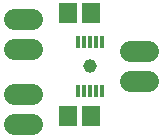
<source format=gts>
G75*
%MOIN*%
%OFA0B0*%
%FSLAX25Y25*%
%IPPOS*%
%LPD*%
%AMOC8*
5,1,8,0,0,1.08239X$1,22.5*
%
%ADD10R,0.06102X0.06890*%
%ADD11R,0.01575X0.04331*%
%ADD12C,0.06984*%
%ADD13C,0.04559*%
D10*
X0059961Y0017804D03*
X0067441Y0017804D03*
X0067441Y0052214D03*
X0059961Y0052214D03*
D11*
X0063228Y0042450D03*
X0065197Y0042450D03*
X0067165Y0042450D03*
X0069134Y0042450D03*
X0071102Y0042450D03*
X0071102Y0026308D03*
X0069134Y0026308D03*
X0067165Y0026308D03*
X0065197Y0026308D03*
X0063228Y0026308D03*
D12*
X0048000Y0015167D02*
X0042000Y0015167D01*
X0042000Y0025167D02*
X0048000Y0025167D01*
X0048000Y0040167D02*
X0042000Y0040167D01*
X0042000Y0050167D02*
X0048000Y0050167D01*
X0080661Y0039576D02*
X0086661Y0039576D01*
X0086661Y0029576D02*
X0080661Y0029576D01*
D13*
X0067244Y0034497D03*
M02*

</source>
